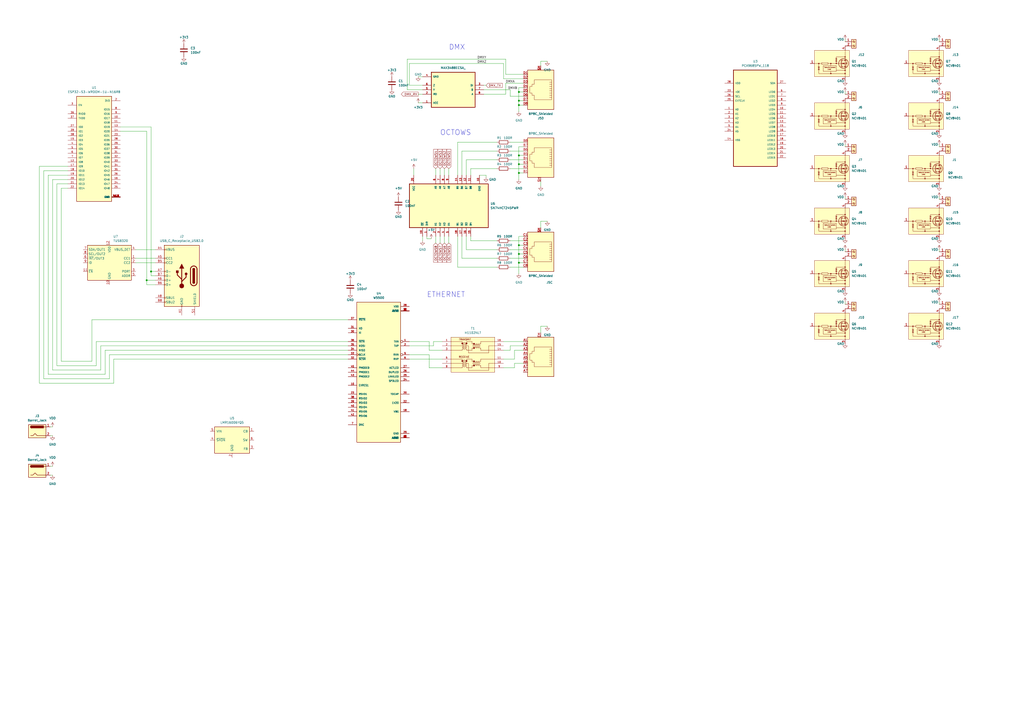
<source format=kicad_sch>
(kicad_sch (version 20230121) (generator eeschema)
  (paper "A2")
  (junction (at 300.99 60.96))
  (junction (at 300.99 58.42))
  (junction (at 300.99 100.33))
  (junction (at 300.99 90.17))
  (junction (at 300.99 152.4))
  (junction (at 300.99 142.24))
  (junction (at 85.09 162.56))
  (junction (at 300.99 53.34))
  (junction (at 300.99 95.25))
  (junction (at 300.99 147.32))
  (junction (at 87.63 157.48))
  (wire (pts (xy 58.42 214.63) (xy 30.48 214.63)))
  (wire (pts (xy 317.5 189.23) (xy 313.69 189.23)))
  (wire (pts (xy 288.29 92.71) (xy 270.51 92.71)))
  (wire (pts (xy 313.69 105.41) (xy 313.69 107.95)))
  (wire (pts (xy 63.5 205.74) (xy 63.5 219.71)))
  (wire (pts (xy 63.5 219.71) (xy 25.4 219.71)))
  (wire (pts (xy 303.53 43.18) (xy 293.37 43.18)))
  (wire (pts (xy 303.53 137.16) (xy 300.99 137.16)))
  (wire (pts (xy 273.05 139.7) (xy 273.05 137.16)))
  (wire (pts (xy 544.83 85.09) (xy 544.83 83.82)))
  (wire (pts (xy 288.29 154.94) (xy 265.43 154.94)))
  (wire (pts (xy 245.11 52.07) (xy 236.22 52.07)))
  (wire (pts (xy 252.73 97.79) (xy 252.73 101.6)))
  (wire (pts (xy 273.05 97.79) (xy 273.05 101.6)))
  (wire (pts (xy 317.5 35.56) (xy 313.69 35.56)))
  (wire (pts (xy 300.99 90.17) (xy 303.53 90.17)))
  (wire (pts (xy 544.83 115.57) (xy 544.83 114.3)))
  (wire (pts (xy 53.34 185.42) (xy 201.93 185.42)))
  (wire (pts (xy 237.49 198.12) (xy 248.92 198.12)))
  (wire (pts (xy 245.11 137.16) (xy 245.11 139.7)))
  (wire (pts (xy 35.56 209.55) (xy 35.56 109.22)))
  (wire (pts (xy 60.96 217.17) (xy 27.94 217.17)))
  (wire (pts (xy 292.1 213.36) (xy 298.45 213.36)))
  (wire (pts (xy 30.48 214.63) (xy 30.48 104.14)))
  (wire (pts (xy 300.99 90.17) (xy 300.99 95.25)))
  (wire (pts (xy 240.03 97.79) (xy 240.03 101.6)))
  (wire (pts (xy 55.88 198.12) (xy 55.88 212.09)))
  (wire (pts (xy 300.99 142.24) (xy 300.99 147.32)))
  (wire (pts (xy 295.91 203.2) (xy 295.91 200.66)))
  (wire (pts (xy 78.74 149.86) (xy 90.17 149.86)))
  (wire (pts (xy 85.09 165.1) (xy 85.09 162.56)))
  (wire (pts (xy 544.83 176.53) (xy 544.83 175.26)))
  (wire (pts (xy 278.13 101.6) (xy 281.94 101.6)))
  (wire (pts (xy 300.99 147.32) (xy 300.99 152.4)))
  (wire (pts (xy 242.57 54.61) (xy 245.11 54.61)))
  (wire (pts (xy 237.49 208.28) (xy 256.54 208.28)))
  (wire (pts (xy 300.99 100.33) (xy 300.99 104.14)))
  (wire (pts (xy 247.65 138.43) (xy 247.65 137.16)))
  (wire (pts (xy 300.99 60.96) (xy 300.99 64.77)))
  (wire (pts (xy 490.22 146.05) (xy 490.22 144.78)))
  (wire (pts (xy 250.19 138.43) (xy 247.65 138.43)))
  (wire (pts (xy 490.22 115.57) (xy 490.22 114.3)))
  (wire (pts (xy 237.49 200.66) (xy 251.46 200.66)))
  (wire (pts (xy 237.49 36.83) (xy 292.1 36.83)))
  (wire (pts (xy 66.04 222.25) (xy 22.86 222.25)))
  (wire (pts (xy 300.99 152.4) (xy 300.99 158.75)))
  (wire (pts (xy 300.99 85.09) (xy 300.99 90.17)))
  (wire (pts (xy 544.83 146.05) (xy 544.83 144.78)))
  (wire (pts (xy 255.27 97.79) (xy 255.27 101.6)))
  (wire (pts (xy 295.91 92.71) (xy 303.53 92.71)))
  (wire (pts (xy 292.1 198.12) (xy 303.53 198.12)))
  (wire (pts (xy 25.4 99.06) (xy 39.37 99.06)))
  (wire (pts (xy 53.34 185.42) (xy 53.34 209.55)))
  (wire (pts (xy 201.93 203.2) (xy 60.96 203.2)))
  (wire (pts (xy 288.29 149.86) (xy 267.97 149.86)))
  (wire (pts (xy 288.29 87.63) (xy 267.97 87.63)))
  (wire (pts (xy 303.53 48.26) (xy 293.37 48.26)))
  (wire (pts (xy 35.56 109.22) (xy 39.37 109.22)))
  (wire (pts (xy 490.22 54.61) (xy 490.22 53.34)))
  (wire (pts (xy 300.99 100.33) (xy 303.53 100.33)))
  (wire (pts (xy 295.91 52.07) (xy 280.67 52.07)))
  (wire (pts (xy 30.48 104.14) (xy 39.37 104.14)))
  (wire (pts (xy 257.81 137.16) (xy 257.81 140.97)))
  (wire (pts (xy 544.83 54.61) (xy 544.83 53.34)))
  (wire (pts (xy 295.91 82.55) (xy 303.53 82.55)))
  (wire (pts (xy 29.21 275.59) (xy 30.48 275.59)))
  (wire (pts (xy 298.45 213.36) (xy 298.45 210.82)))
  (wire (pts (xy 300.99 53.34) (xy 303.53 53.34)))
  (wire (pts (xy 490.22 176.53) (xy 490.22 175.26)))
  (wire (pts (xy 237.49 205.74) (xy 248.92 205.74)))
  (wire (pts (xy 58.42 200.66) (xy 58.42 214.63)))
  (wire (pts (xy 236.22 34.29) (xy 236.22 52.07)))
  (wire (pts (xy 248.92 205.74) (xy 248.92 213.36)))
  (wire (pts (xy 251.46 200.66) (xy 251.46 198.12)))
  (wire (pts (xy 55.88 212.09) (xy 33.02 212.09)))
  (wire (pts (xy 295.91 144.78) (xy 303.53 144.78)))
  (wire (pts (xy 33.02 212.09) (xy 33.02 106.68)))
  (wire (pts (xy 300.99 95.25) (xy 303.53 95.25)))
  (wire (pts (xy 293.37 48.26) (xy 293.37 54.61)))
  (wire (pts (xy 280.67 49.53) (xy 281.94 49.53)))
  (wire (pts (xy 270.51 92.71) (xy 270.51 101.6)))
  (wire (pts (xy 300.99 142.24) (xy 303.53 142.24)))
  (wire (pts (xy 22.86 96.52) (xy 39.37 96.52)))
  (wire (pts (xy 201.93 200.66) (xy 58.42 200.66)))
  (wire (pts (xy 300.99 53.34) (xy 300.99 58.42)))
  (wire (pts (xy 313.69 128.27) (xy 313.69 132.08)))
  (wire (pts (xy 295.91 87.63) (xy 303.53 87.63)))
  (wire (pts (xy 260.35 137.16) (xy 260.35 140.97)))
  (wire (pts (xy 25.4 219.71) (xy 25.4 99.06)))
  (wire (pts (xy 29.21 252.73) (xy 30.48 252.73)))
  (wire (pts (xy 53.34 209.55) (xy 35.56 209.55)))
  (wire (pts (xy 85.09 76.2) (xy 69.85 76.2)))
  (wire (pts (xy 87.63 157.48) (xy 87.63 73.66)))
  (wire (pts (xy 87.63 157.48) (xy 90.17 157.48)))
  (wire (pts (xy 288.29 139.7) (xy 273.05 139.7)))
  (wire (pts (xy 201.93 198.12) (xy 55.88 198.12)))
  (wire (pts (xy 90.17 160.02) (xy 87.63 160.02)))
  (wire (pts (xy 300.99 95.25) (xy 300.99 100.33)))
  (wire (pts (xy 544.83 24.13) (xy 544.83 22.86)))
  (wire (pts (xy 300.99 152.4) (xy 303.53 152.4)))
  (wire (pts (xy 255.27 137.16) (xy 255.27 140.97)))
  (wire (pts (xy 248.92 213.36) (xy 256.54 213.36)))
  (wire (pts (xy 288.29 82.55) (xy 265.43 82.55)))
  (wire (pts (xy 27.94 101.6) (xy 39.37 101.6)))
  (wire (pts (xy 300.99 50.8) (xy 300.99 53.34)))
  (wire (pts (xy 292.1 203.2) (xy 295.91 203.2)))
  (wire (pts (xy 78.74 152.4) (xy 90.17 152.4)))
  (wire (pts (xy 317.5 128.27) (xy 313.69 128.27)))
  (wire (pts (xy 245.11 49.53) (xy 237.49 49.53)))
  (wire (pts (xy 300.99 60.96) (xy 303.53 60.96)))
  (wire (pts (xy 22.86 222.25) (xy 22.86 96.52)))
  (wire (pts (xy 281.94 101.6) (xy 281.94 102.87)))
  (wire (pts (xy 288.29 97.79) (xy 273.05 97.79)))
  (wire (pts (xy 295.91 97.79) (xy 303.53 97.79)))
  (wire (pts (xy 87.63 73.66) (xy 69.85 73.66)))
  (wire (pts (xy 303.53 55.88) (xy 295.91 55.88)))
  (wire (pts (xy 288.29 144.78) (xy 270.51 144.78)))
  (wire (pts (xy 87.63 160.02) (xy 87.63 157.48)))
  (wire (pts (xy 300.99 58.42) (xy 303.53 58.42)))
  (wire (pts (xy 265.43 154.94) (xy 265.43 137.16)))
  (wire (pts (xy 295.91 55.88) (xy 295.91 52.07)))
  (wire (pts (xy 29.21 247.65) (xy 30.48 247.65)))
  (wire (pts (xy 242.57 44.45) (xy 245.11 44.45)))
  (wire (pts (xy 295.91 200.66) (xy 303.53 200.66)))
  (wire (pts (xy 298.45 208.28) (xy 298.45 203.2)))
  (wire (pts (xy 292.1 36.83) (xy 292.1 45.72)))
  (wire (pts (xy 267.97 149.86) (xy 267.97 137.16)))
  (wire (pts (xy 85.09 162.56) (xy 85.09 76.2)))
  (wire (pts (xy 295.91 154.94) (xy 303.53 154.94)))
  (wire (pts (xy 267.97 87.63) (xy 267.97 101.6)))
  (wire (pts (xy 298.45 210.82) (xy 303.53 210.82)))
  (wire (pts (xy 295.91 149.86) (xy 303.53 149.86)))
  (wire (pts (xy 300.99 147.32) (xy 303.53 147.32)))
  (wire (pts (xy 490.22 85.09) (xy 490.22 83.82)))
  (wire (pts (xy 293.37 34.29) (xy 236.22 34.29)))
  (wire (pts (xy 33.02 106.68) (xy 39.37 106.68)))
  (wire (pts (xy 248.92 203.2) (xy 256.54 203.2)))
  (wire (pts (xy 242.57 59.69) (xy 245.11 59.69)))
  (wire (pts (xy 78.74 144.78) (xy 90.17 144.78)))
  (wire (pts (xy 313.69 35.56) (xy 313.69 38.1)))
  (wire (pts (xy 90.17 165.1) (xy 85.09 165.1)))
  (wire (pts (xy 260.35 97.79) (xy 260.35 101.6)))
  (wire (pts (xy 27.94 217.17) (xy 27.94 101.6)))
  (wire (pts (xy 490.22 24.13) (xy 490.22 22.86)))
  (wire (pts (xy 292.1 208.28) (xy 298.45 208.28)))
  (wire (pts (xy 300.99 137.16) (xy 300.99 142.24)))
  (wire (pts (xy 300.99 58.42) (xy 300.99 60.96)))
  (wire (pts (xy 292.1 45.72) (xy 303.53 45.72)))
  (wire (pts (xy 85.09 162.56) (xy 90.17 162.56)))
  (wire (pts (xy 298.45 203.2) (xy 303.53 203.2)))
  (wire (pts (xy 270.51 144.78) (xy 270.51 137.16)))
  (wire (pts (xy 248.92 198.12) (xy 248.92 203.2)))
  (wire (pts (xy 201.93 208.28) (xy 66.04 208.28)))
  (wire (pts (xy 293.37 43.18) (xy 293.37 34.29)))
  (wire (pts (xy 201.93 205.74) (xy 63.5 205.74)))
  (wire (pts (xy 237.49 49.53) (xy 237.49 36.83)))
  (wire (pts (xy 265.43 82.55) (xy 265.43 101.6)))
  (wire (pts (xy 293.37 54.61) (xy 280.67 54.61)))
  (wire (pts (xy 303.53 85.09) (xy 300.99 85.09)))
  (wire (pts (xy 303.53 50.8) (xy 300.99 50.8)))
  (wire (pts (xy 251.46 198.12) (xy 256.54 198.12)))
  (wire (pts (xy 252.73 137.16) (xy 252.73 140.97)))
  (wire (pts (xy 29.21 270.51) (xy 30.48 270.51)))
  (wire (pts (xy 295.91 139.7) (xy 303.53 139.7)))
  (wire (pts (xy 60.96 203.2) (xy 60.96 217.17)))
  (wire (pts (xy 313.69 189.23) (xy 313.69 193.04)))
  (wire (pts (xy 66.04 208.28) (xy 66.04 222.25)))
  (wire (pts (xy 257.81 97.79) (xy 257.81 101.6)))
  (text "ETHERNET" (at 247.65 172.72 0) (effects (font (size 3 3)) (justify left bottom)))
  (text "OCTOWS" (at 255.27 78.74 0) (effects (font (size 3 3)) (justify left bottom)))
  (text "DMX" (at 260.35 29.21 0) (effects (font (size 3 3)) (justify left bottom)))
  (label "DMXB" (at 294.64 52.07 0))
  (label "DMXZ" (at 276.86 36.83 0))
  (label "DMXA" (at 293.37 48.26 0))
  (label "DMXY" (at 276.86 34.29 0))
  (global_label "OCTOWS5" (shape input) (at 260.35 140.97 270) (property "Intersheetrefs" "${INTERSHEET_REFS}" (effects hide)))
  (global_label "DMX_RX" (shape output) (at 242.57 54.61 180) (property "Intersheetrefs" "${INTERSHEET_REFS}" (effects hide)))
  (global_label "OCTOWS7" (shape input) (at 255.27 140.97 270) (property "Intersheetrefs" "${INTERSHEET_REFS}" (effects hide)))
  (global_label "OCTOWS4" (shape input) (at 252.73 97.79 90) (property "Intersheetrefs" "${INTERSHEET_REFS}" (effects hide)))
  (global_label "OCTOWS8" (shape input) (at 252.73 140.97 270) (property "Intersheetrefs" "${INTERSHEET_REFS}" (effects hide)))
  (global_label "OCTOWS6" (shape input) (at 257.81 140.97 270) (property "Intersheetrefs" "${INTERSHEET_REFS}" (effects hide)))
  (global_label "DMX_TX" (shape input) (at 281.94 49.53 0) (property "Intersheetrefs" "${INTERSHEET_REFS}" (effects hide)))
  (global_label "OCTOWS1" (shape input) (at 260.35 97.79 90) (property "Intersheetrefs" "${INTERSHEET_REFS}" (effects hide)))
  (global_label "OCTOWS3" (shape input) (at 255.27 97.79 90) (property "Intersheetrefs" "${INTERSHEET_REFS}" (effects hide)))
  (global_label "OCTOWS2" (shape input) (at 257.81 97.79 90) (property "Intersheetrefs" "${INTERSHEET_REFS}" (effects hide)))
  (symbol (lib_id "power:GND") (at 544.83 46.99 0) (unit 1)
    (property "Reference" "#PWR044" (effects hide))
    (property "Value" "GND" (at 542.29 46.99 0))
  )
  (symbol (lib_id "power:GND") (at 490.22 168.91 0) (unit 1)
    (property "Reference" "#PWR036" (effects hide))
    (property "Value" "GND" (at 487.68 168.91 0))
  )
  (symbol (lib_id "power:GND") (at 313.69 107.95 0) (unit 1)
    (property "Reference" "#PWR08" (effects hide))
    (property "Value" "GND" (at 313.69 113.03 0))
  )
  (symbol (lib_id "power:GND") (at 227.33 52.07 0) (unit 1)
    (property "Reference" "#PWR015" (effects hide))
    (property "Value" "GND" (at 227.33 55.88 0))
  )
  (symbol (lib_id "Device:R") (at 292.1 139.7 270) (unit 1)
    (property "Reference" "R5" (at 289.56 137.16 90))
    (property "Value" "100R" (at 294.64 137.16 90))
    (property "Footprint" "Resistor_SMD:R_0603_1608Metric_Pad0.98x0.95mm_HandSolder" (effects hide))
  )
  (symbol (lib_id "Driver_FET:NCV8401") (at 482.6 158.75 0) (unit 1)
    (property "Reference" "Q5" (at 494.03 157.48 0) (effects (justify left)))
    (property "Value" "NCV8401" (at 494.03 160.02 0) (effects (justify left)))
    (property "Footprint" "Package_TO_SOT_SMD:TO-252-2" (effects hide))
    (property "Datasheet" "https://www.onsemi.com/pub/Collateral/NCV8402-D.PDF" (effects hide))
  )
  (symbol (lib_id "power:GND") (at 544.83 199.39 0) (unit 1)
    (property "Reference" "#PWR052" (effects hide))
    (property "Value" "GND" (at 542.29 199.39 0))
  )
  (symbol (lib_id "power:GND") (at 490.22 199.39 0) (unit 1)
    (property "Reference" "#PWR038" (effects hide))
    (property "Value" "GND" (at 487.68 199.39 0))
  )
  (symbol (lib_id "power:GND") (at 490.22 77.47 0) (unit 1)
    (property "Reference" "#PWR030" (effects hide))
    (property "Value" "GND" (at 487.68 77.47 0))
  )
  (symbol (lib_name "8P8C_Shielded_1") (lib_id "Connector:8P8C_Shielded") (at 313.69 205.74 180) (unit 1)
    (property "Reference" "J5" (effects hide))
    (property "Value" "8P8C_Shielded" (effects hide))
    (property "Footprint" "ethernet_4_port:CONN-TH_DS1129-02-S80BP" (effects hide))
  )
  (symbol (lib_id "Device:R") (at 292.1 92.71 270) (unit 1)
    (property "Reference" "R3" (at 289.56 90.17 90))
    (property "Value" "100R" (at 294.64 90.17 90))
    (property "Footprint" "Resistor_SMD:R_0603_1608Metric_Pad0.98x0.95mm_HandSolder" (effects hide))
  )
  (symbol (lib_id "power:GND") (at 490.22 46.99 0) (unit 1)
    (property "Reference" "#PWR028" (effects hide))
    (property "Value" "GND" (at 487.68 46.99 0))
  )
  (symbol (lib_id "power:GND") (at 231.14 121.92 0) (unit 1)
    (property "Reference" "#PWR017" (effects hide))
    (property "Value" "GND" (at 231.14 125.73 0))
  )
  (symbol (lib_id "Connector:Screw_Terminal_01x02") (at 495.3 85.09 0) (unit 1)
    (property "Reference" "J7" (at 497.84 92.71 0) (effects (justify left)))
    (property "Value" "Screw_Terminal_01x02" (effects hide))
    (property "Footprint" "con_wago_508_w237_132Pluggable:CON-WAGO-508_W237-132PLUGGABLE" (effects hide))
  )
  (symbol (lib_id "power:GND") (at 317.5 35.56 0) (unit 1)
    (property "Reference" "#PWR01" (effects hide))
    (property "Value" "GND" (at 317.5 40.64 0))
  )
  (symbol (lib_id "Driver_FET:NCV8401") (at 482.6 36.83 0) (unit 1)
    (property "Reference" "Q1" (at 494.03 35.56 0) (effects (justify left)))
    (property "Value" "NCV8401" (at 494.03 38.1 0) (effects (justify left)))
    (property "Footprint" "Package_TO_SOT_SMD:TO-252-2" (effects hide))
    (property "Datasheet" "https://www.onsemi.com/pub/Collateral/NCV8402-D.PDF" (effects hide))
  )
  (symbol (lib_id "power:GND") (at 300.99 158.75 0) (unit 1)
    (property "Reference" "#PWR05" (effects hide))
    (property "Value" "GND" (at 300.99 163.83 0))
  )
  (symbol (lib_id "Connector:USB_C_Receptacle_USB2.0") (at 105.41 160.02 0) (mirror y) (unit 1)
    (property "Reference" "J2" (at 105.41 137.16 0))
    (property "Value" "USB_C_Receptacle_USB2.0" (at 105.41 139.7 0))
    (property "Footprint" "Connector_USB:USB_C_Receptacle_G-Switch_GT-USB-7010ASV" (effects hide))
    (property "Datasheet" "https://www.usb.org/sites/default/files/documents/usb_type-c.zip" (effects hide))
  )
  (symbol (lib_id "power:+3V3") (at 203.2 162.56 0) (unit 1)
    (property "Reference" "#PWR020" (effects hide))
    (property "Value" "+3V3" (at 203.2 158.75 0))
  )
  (symbol (lib_id "ESP32-S3-WROOM-1U-N16R8:ESP32-S3-WROOM-1U-N16R8") (at 54.61 86.36 0) (unit 1)
    (property "Reference" "U1" (at 54.61 50.8 0))
    (property "Value" "ESP32-S3-WROOM-1U-N16R8" (at 54.61 53.34 0))
    (property "Footprint" "ESP32-S3-WROOM-1U-N16R8:XCVR_ESP32-S3-WROOM-1U-N16R8" (effects hide))
    (property "MF" "Espressif Systems" (effects hide))
    (property "MAXIMUM_PACKAGE_HEIGHT" "3.35mm" (effects hide))
    (property "Package" "None" (effects hide))
    (property "Price" "None" (effects hide))
    (property "Check_prices" "https://www.snapeda.com/parts/ESP32-S3-WROOM-1U-N16R8/Espressif+Systems/view-part/?ref=eda" (effects hide))
    (property "STANDARD" "Manufacturer Recommendations" (effects hide))
    (property "PARTREV" "v1.1" (effects hide))
    (property "SnapEDA_Link" "https://www.snapeda.com/parts/ESP32-S3-WROOM-1U-N16R8/Espressif+Systems/view-part/?ref=snap" (effects hide))
    (property "MP" "ESP32-S3-WROOM-1U-N16R8" (effects hide))
    (property "Purchase-URL" "https://www.snapeda.com/api/url_track_click_mouser/?unipart_id=12130177&manufacturer=Espressif Systems&part_name=ESP32-S3-WROOM-1U-N16R8&search_term=esp32-s3-wroom-1u-n16r8" (effects hide))
    (property "Description" "\nBluetooth, WiFi 802.11b/g/n, Bluetooth v5.0 Transceiver Module 2.4GHz Antenna Not Included, U.FL Surface Mount\n" (effects hide))
    (property "Availability" "In Stock" (effects hide))
    (property "MANUFACTURER" "Espressif Systems" (effects hide))
  )
  (symbol (lib_id "power:+5V") (at 231.14 114.3 0) (unit 1)
    (property "Reference" "#PWR016" (effects hide))
    (property "Value" "+5V" (at 231.14 109.22 0))
  )
  (symbol (lib_id "Connector:8P8C_Shielded") (at 313.69 50.8 180) (unit 4)
    (property "Reference" "J5" (at 313.69 68.58 0))
    (property "Value" "8P8C_Shielded" (at 313.69 66.04 0))
    (property "Footprint" "ethernet_4_port:CONN-TH_DS1129-02-S80BP" (effects hide))
  )
  (symbol (lib_id "power:GND") (at 245.11 139.7 0) (unit 1)
    (property "Reference" "#PWR013" (effects hide))
    (property "Value" "GND" (at 245.11 144.78 0))
  )
  (symbol (lib_id "Connector:Screw_Terminal_01x02") (at 549.91 24.13 0) (unit 1)
    (property "Reference" "J13" (at 552.45 31.75 0) (effects (justify left)))
    (property "Value" "Screw_Terminal_01x02" (effects hide))
    (property "Footprint" "con_wago_508_w237_132Pluggable:CON-WAGO-508_W237-132PLUGGABLE" (effects hide))
  )
  (symbol (lib_id "Connector:Screw_Terminal_01x02") (at 495.3 54.61 0) (unit 1)
    (property "Reference" "J6" (at 497.84 62.23 0) (effects (justify left)))
    (property "Value" "Screw_Terminal_01x02" (effects hide))
    (property "Footprint" "con_wago_508_w237_132Pluggable:CON-WAGO-508_W237-132PLUGGABLE" (effects hide))
  )
  (symbol (lib_id "Connector:Screw_Terminal_01x02") (at 549.91 146.05 0) (unit 1)
    (property "Reference" "J16" (at 552.45 153.67 0) (effects (justify left)))
    (property "Value" "Screw_Terminal_01x02" (effects hide))
    (property "Footprint" "con_wago_508_w237_132Pluggable:CON-WAGO-508_W237-132PLUGGABLE" (effects hide))
  )
  (symbol (lib_id "power:GND") (at 490.22 107.95 0) (unit 1)
    (property "Reference" "#PWR032" (effects hide))
    (property "Value" "GND" (at 487.68 107.95 0))
  )
  (symbol (lib_id "Connector:Screw_Terminal_01x02") (at 495.3 176.53 0) (unit 1)
    (property "Reference" "J10" (at 497.84 184.15 0) (effects (justify left)))
    (property "Value" "Screw_Terminal_01x02" (effects hide))
    (property "Footprint" "con_wago_508_w237_132Pluggable:CON-WAGO-508_W237-132PLUGGABLE" (effects hide))
  )
  (symbol (lib_id "Device:C") (at 203.2 166.37 0) (unit 1)
    (property "Reference" "C4" (at 207.01 165.1 0) (effects (justify left)))
    (property "Value" "100nF" (at 207.01 167.64 0) (effects (justify left)))
    (property "Footprint" "Capacitor_SMD:C_0201_0603Metric_Pad0.64x0.40mm_HandSolder" (effects hide))
  )
  (symbol (lib_id "power:VDD") (at 490.22 175.26 0) (unit 1)
    (property "Reference" "#PWR037" (effects hide))
    (property "Value" "VDD" (at 487.68 175.26 0))
  )
  (symbol (lib_id "power:GND") (at 300.99 104.14 0) (unit 1)
    (property "Reference" "#PWR06" (effects hide))
    (property "Value" "GND" (at 300.99 109.22 0))
  )
  (symbol (lib_id "power:VDD") (at 490.22 144.78 0) (unit 1)
    (property "Reference" "#PWR035" (effects hide))
    (property "Value" "VDD" (at 487.68 144.78 0))
  )
  (symbol (lib_id "Interface_USB:TUSB320") (at 63.5 152.4 0) (unit 1)
    (property "Reference" "U7" (at 65.6941 137.16 0) (effects (justify left)))
    (property "Value" "TUSB320" (at 65.6941 139.7 0) (effects (justify left)))
    (property "Footprint" "Package_DFN_QFN:Texas_X2QFN-12_1.6x1.6mm_P0.4mm" (effects hide))
    (property "Datasheet" "http://www.ti.com/lit/ds/symlink/tusb320.pdf" (effects hide))
  )
  (symbol (lib_id "Connector:Screw_Terminal_01x02") (at 549.91 85.09 0) (unit 1)
    (property "Reference" "J1" (at 552.45 92.71 0) (effects (justify left)))
    (property "Value" "Screw_Terminal_01x02" (effects hide))
    (property "Footprint" "con_wago_508_w237_132Pluggable:CON-WAGO-508_W237-132PLUGGABLE" (effects hide))
  )
  (symbol (lib_id "power:+3V3") (at 242.57 59.69 0) (unit 1)
    (property "Reference" "#PWR04" (effects hide))
    (property "Value" "+3V3" (at 242.57 62.23 0))
  )
  (symbol (lib_id "power:GND") (at 30.48 252.73 0) (unit 1)
    (property "Reference" "#PWR024" (effects hide))
    (property "Value" "GND" (at 30.48 257.81 0))
  )
  (symbol (lib_id "power:GND") (at 544.83 138.43 0) (unit 1)
    (property "Reference" "#PWR048" (effects hide))
    (property "Value" "GND" (at 542.29 138.43 0))
  )
  (symbol (lib_name "8P8C_Shielded_2") (lib_id "Connector:8P8C_Shielded") (at 313.69 92.71 0) (mirror y) (unit 2)
    (property "Reference" "J5" (effects hide))
    (property "Value" "8P8C_Shielded" (at 313.69 77.47 0))
    (property "Footprint" "ethernet_4_port:CONN-TH_DS1129-02-S80BP" (effects hide))
  )
  (symbol (lib_id "Device:C") (at 227.33 48.26 0) (unit 1)
    (property "Reference" "C1" (at 231.14 46.99 0) (effects (justify left)))
    (property "Value" "100nF" (at 231.14 49.53 0) (effects (justify left)))
    (property "Footprint" "Capacitor_SMD:C_0201_0603Metric_Pad0.64x0.40mm_HandSolder" (effects hide))
  )
  (symbol (lib_id "power:GND") (at 242.57 44.45 0) (unit 1)
    (property "Reference" "#PWR03" (effects hide))
    (property "Value" "GND" (at 242.57 43.18 0))
  )
  (symbol (lib_id "power:VDD") (at 30.48 270.51 0) (unit 1)
    (property "Reference" "#PWR023" (effects hide))
    (property "Value" "VDD" (at 30.48 265.43 0))
  )
  (symbol (lib_id "H1102NLT:H1102NLT") (at 274.32 205.74 0) (unit 1)
    (property "Reference" "T1" (at 274.32 190.5 0))
    (property "Value" "H1102NLT" (at 274.32 193.04 0))
    (property "Footprint" "H1102NLT:XFMR_H1102NLT" (effects hide))
    (property "STNADARD" "Manufacturer Recommendation" (effects hide))
    (property "MF" "Pulse Electronics" (effects hide))
    (property "Description" "\n- Isolation and Data Interface (Encapsulated) Pulse Transformer 1:1 Transmitter, 1:1 Receiver Surface Mount\n" (effects hide))
    (property "Package" "Pulse Electronics" (effects hide))
    (property "Price" "None" (effects hide))
    (property "Check_prices" "https://www.snapeda.com/parts/H1102NL-T/Pulse+Electronics+Network/view-part/?ref=eda" (effects hide))
    (property "PARTREV" "NA" (effects hide))
    (property "SnapEDA_Link" "https://www.snapeda.com/parts/H1102NL-T/Pulse+Electronics+Network/view-part/?ref=snap" (effects hide))
    (property "MP" "H1102NL-T" (effects hide))
    (property "Purchase-URL" "https://www.snapeda.com/api/url_track_click_mouser/?unipart_id=1755519&manufacturer=Pulse Electronics&part_name=H1102NL-T&search_term=h1102nlt" (effects hide))
    (property "Availability" "In Stock" (effects hide))
    (property "MANUFACTURER" "Pulse Electronics" (effects hide))
  )
  (symbol (lib_id "power:GND") (at 300.99 64.77 0) (unit 1)
    (property "Reference" "#PWR02" (effects hide))
    (property "Value" "GND" (at 300.99 69.85 0))
  )
  (symbol (lib_id "Device:C") (at 106.68 29.21 0) (unit 1)
    (property "Reference" "C3" (at 110.49 27.94 0) (effects (justify left)))
    (property "Value" "100nF" (at 110.49 30.48 0) (effects (justify left)))
    (property "Footprint" "Capacitor_SMD:C_0201_0603Metric_Pad0.64x0.40mm_HandSolder" (effects hide))
  )
  (symbol (lib_id "Connector:Screw_Terminal_01x02") (at 549.91 176.53 0) (unit 1)
    (property "Reference" "J17" (at 552.45 184.15 0) (effects (justify left)))
    (property "Value" "Screw_Terminal_01x02" (effects hide))
    (property "Footprint" "con_wago_508_w237_132Pluggable:CON-WAGO-508_W237-132PLUGGABLE" (effects hide))
  )
  (symbol (lib_id "Driver_FET:NCV8401") (at 537.21 36.83 0) (unit 1)
    (property "Reference" "Q7" (at 548.64 35.56 0) (effects (justify left)))
    (property "Value" "NCV8401" (at 548.64 38.1 0) (effects (justify left)))
    (property "Footprint" "Package_TO_SOT_SMD:TO-252-2" (effects hide))
    (property "Datasheet" "https://www.onsemi.com/pub/Collateral/NCV8402-D.PDF" (effects hide))
  )
  (symbol (lib_id "power:VDD") (at 544.83 175.26 0) (unit 1)
    (property "Reference" "#PWR051" (effects hide))
    (property "Value" "VDD" (at 542.29 175.26 0))
  )
  (symbol (lib_id "Device:R") (at 292.1 97.79 270) (unit 1)
    (property "Reference" "R4" (at 289.56 95.25 90))
    (property "Value" "100R" (at 294.64 95.25 90))
    (property "Footprint" "Resistor_SMD:R_0603_1608Metric_Pad0.98x0.95mm_HandSolder" (effects hide))
  )
  (symbol (lib_id "power:GND") (at 544.83 107.95 0) (unit 1)
    (property "Reference" "#PWR046" (effects hide))
    (property "Value" "GND" (at 542.29 107.95 0))
  )
  (symbol (lib_id "power:GND") (at 30.48 275.59 0) (unit 1)
    (property "Reference" "#PWR025" (effects hide))
    (property "Value" "GND" (at 30.48 280.67 0))
  )
  (symbol (lib_id "Device:C") (at 231.14 118.11 0) (unit 1)
    (property "Reference" "C2" (at 234.95 116.84 0) (effects (justify left)))
    (property "Value" "100nF" (at 234.95 119.38 0) (effects (justify left)))
    (property "Footprint" "Capacitor_SMD:C_0201_0603Metric_Pad0.64x0.40mm_HandSolder" (effects hide))
  )
  (symbol (lib_id "PCA9685PW_118:PCA9685PW_118") (at 438.15 66.04 0) (unit 1)
    (property "Reference" "U3" (at 438.15 35.56 0))
    (property "Value" "PCA9685PW_118" (at 438.15 38.1 0))
    (property "Footprint" "PCA9685PW_118:SOP65P640X110-28N" (effects hide))
    (property "MF" "NXP USA" (effects hide))
    (property "Description" "\nLED Driver IC 16 Output Linear - PWM Dimming 25mA 28-TSSOP\n" (effects hide))
    (property "PACKAGE" "TSSOP-28" (effects hide))
    (property "MPN" "PCA9685PW,118" (effects hide))
    (property "Price" "None" (effects hide))
    (property "Package" "TSSOP-28 NXP Semiconductors" (effects hide))
    (property "OC_FARNELL" "1854074" (effects hide))
    (property "SnapEDA_Link" "https://www.snapeda.com/parts/PCA9685PW,118/NXP+USA+Inc./view-part/?ref=snap" (effects hide))
    (property "MP" "PCA9685PW,118" (effects hide))
    (property "Purchase-URL" "https://www.snapeda.com/api/url_track_click_mouser/?unipart_id=215243&manufacturer=NXP USA&part_name=PCA9685PW,118&search_term=pca9685pw" (effects hide))
    (property "SUPPLIER" "NXP" (effects hide))
    (property "OC_NEWARK" "19T6398" (effects hide))
    (property "Availability" "In Stock" (effects hide))
    (property "Check_prices" "https://www.snapeda.com/parts/PCA9685PW,118/NXP+USA+Inc./view-part/?ref=eda" (effects hide))
  )
  (symbol (lib_id "Device:R") (at 292.1 87.63 270) (unit 1)
    (property "Reference" "R2" (at 289.56 85.09 90))
    (property "Value" "100R" (at 294.64 85.09 90))
    (property "Footprint" "Resistor_SMD:R_0603_1608Metric_Pad0.98x0.95mm_HandSolder" (effects hide))
  )
  (symbol (lib_name "8P8C_Shielded_3") (lib_id "Connector:8P8C_Shielded") (at 313.69 144.78 180) (unit 3)
    (property "Reference" "J5" (at 318.77 163.83 0))
    (property "Value" "8P8C_Shielded" (at 313.69 160.02 0))
    (property "Footprint" "ethernet_4_port:CONN-TH_DS1129-02-S80BP" (effects hide))
  )
  (symbol (lib_id "Connector:Screw_Terminal_01x02") (at 549.91 54.61 0) (unit 1)
    (property "Reference" "J14" (at 552.45 62.23 0) (effects (justify left)))
    (property "Value" "Screw_Terminal_01x02" (effects hide))
    (property "Footprint" "con_wago_508_w237_132Pluggable:CON-WAGO-508_W237-132PLUGGABLE" (effects hide))
  )
  (symbol (lib_id "Driver_FET:NCV8401") (at 537.21 67.31 0) (unit 1)
    (property "Reference" "Q8" (at 548.64 66.04 0) (effects (justify left)))
    (property "Value" "NCV8401" (at 548.64 68.58 0) (effects (justify left)))
    (property "Footprint" "Package_TO_SOT_SMD:TO-252-2" (effects hide))
    (property "Datasheet" "https://www.onsemi.com/pub/Collateral/NCV8402-D.PDF" (effects hide))
  )
  (symbol (lib_id "Driver_FET:NCV8401") (at 482.6 97.79 0) (unit 1)
    (property "Reference" "Q3" (at 494.03 96.52 0) (effects (justify left)))
    (property "Value" "NCV8401" (at 494.03 99.06 0) (effects (justify left)))
    (property "Footprint" "Package_TO_SOT_SMD:TO-252-2" (effects hide))
    (property "Datasheet" "https://www.onsemi.com/pub/Collateral/NCV8402-D.PDF" (effects hide))
  )
  (symbol (lib_id "power:VDD") (at 490.22 83.82 0) (unit 1)
    (property "Reference" "#PWR031" (effects hide))
    (property "Value" "VDD" (at 487.68 83.82 0))
  )
  (symbol (lib_id "power:VDD") (at 544.83 53.34 0) (unit 1)
    (property "Reference" "#PWR045" (effects hide))
    (property "Value" "VDD" (at 542.29 53.34 0))
  )
  (symbol (lib_id "power:VDD") (at 544.83 144.78 0) (unit 1)
    (property "Reference" "#PWR049" (effects hide))
    (property "Value" "VDD" (at 542.29 144.78 0))
  )
  (symbol (lib_id "power:VDD") (at 544.83 114.3 0) (unit 1)
    (property "Reference" "#PWR047" (effects hide))
    (property "Value" "VDD" (at 542.29 114.3 0))
  )
  (symbol (lib_id "Regulator_Switching:LMR16006YQ5") (at 134.62 255.27 0) (unit 1)
    (property "Reference" "U5" (at 134.62 242.57 0))
    (property "Value" "LMR16006YQ5" (at 134.62 245.11 0))
    (property "Footprint" "Package_TO_SOT_SMD:SOT-23-6" (effects hide))
    (property "Datasheet" "http://www.ti.com/lit/ds/symlink/lmr16006y-q1.pdf" (effects hide))
  )
  (symbol (lib_id "Connector:Screw_Terminal_01x02") (at 549.91 115.57 0) (unit 1)
    (property "Reference" "J15" (at 552.45 123.19 0) (effects (justify left)))
    (property "Value" "Screw_Terminal_01x02" (effects hide))
    (property "Footprint" "con_wago_508_w237_132Pluggable:CON-WAGO-508_W237-132PLUGGABLE" (effects hide))
  )
  (symbol (lib_id "Driver_FET:NCV8401") (at 537.21 189.23 0) (unit 1)
    (property "Reference" "Q12" (at 548.64 187.96 0) (effects (justify left)))
    (property "Value" "NCV8401" (at 548.64 190.5 0) (effects (justify left)))
    (property "Footprint" "Package_TO_SOT_SMD:TO-252-2" (effects hide))
    (property "Datasheet" "https://www.onsemi.com/pub/Collateral/NCV8402-D.PDF" (effects hide))
  )
  (symbol (lib_id "power:+5V") (at 250.19 138.43 0) (unit 1)
    (property "Reference" "#PWR012" (effects hide))
    (property "Value" "+5V" (at 250.19 133.35 0))
  )
  (symbol (lib_id "power:+3V3") (at 227.33 44.45 0) (unit 1)
    (property "Reference" "#PWR014" (effects hide))
    (property "Value" "+3V3" (at 227.33 40.64 0))
  )
  (symbol (lib_id "power:VDD") (at 544.83 22.86 0) (unit 1)
    (property "Reference" "#PWR043" (effects hide))
    (property "Value" "VDD" (at 542.29 22.86 0))
  )
  (symbol (lib_id "Connector:Screw_Terminal_01x02") (at 495.3 115.57 0) (unit 1)
    (property "Reference" "J8" (at 497.84 123.19 0) (effects (justify left)))
    (property "Value" "Screw_Terminal_01x02" (effects hide))
    (property "Footprint" "con_wago_508_w237_132Pluggable:CON-WAGO-508_W237-132PLUGGABLE" (effects hide))
  )
  (symbol (lib_id "Connector:Screw_Terminal_01x02") (at 495.3 146.05 0) (unit 1)
    (property "Reference" "J9" (at 497.84 153.67 0) (effects (justify left)))
    (property "Value" "Screw_Terminal_01x02" (effects hide))
    (property "Footprint" "con_wago_508_w237_132Pluggable:CON-WAGO-508_W237-132PLUGGABLE" (effects hide))
  )
  (symbol (lib_id "Device:R") (at 292.1 154.94 270) (unit 1)
    (property "Reference" "R8" (at 289.56 152.4 90))
    (property "Value" "100R" (at 294.64 152.4 90))
    (property "Footprint" "Resistor_SMD:R_0603_1608Metric_Pad0.98x0.95mm_HandSolder" (effects hide))
  )
  (symbol (lib_id "power:GND") (at 106.68 33.02 0) (unit 1)
    (property "Reference" "#PWR019" (effects hide))
    (property "Value" "GND" (at 106.68 36.83 0))
  )
  (symbol (lib_id "Driver_FET:NCV8401") (at 482.6 67.31 0) (unit 1)
    (property "Reference" "Q2" (at 494.03 66.04 0) (effects (justify left)))
    (property "Value" "NCV8401" (at 494.03 68.58 0) (effects (justify left)))
    (property "Footprint" "Package_TO_SOT_SMD:TO-252-2" (effects hide))
    (property "Datasheet" "https://www.onsemi.com/pub/Collateral/NCV8402-D.PDF" (effects hide))
  )
  (symbol (lib_id "power:GND") (at 490.22 138.43 0) (unit 1)
    (property "Reference" "#PWR034" (effects hide))
    (property "Value" "GND" (at 487.68 138.43 0))
  )
  (symbol (lib_id "Driver_FET:NCV8401") (at 482.6 128.27 0) (unit 1)
    (property "Reference" "Q4" (at 494.03 127 0) (effects (justify left)))
    (property "Value" "NCV8401" (at 494.03 129.54 0) (effects (justify left)))
    (property "Footprint" "Package_TO_SOT_SMD:TO-252-2" (effects hide))
    (property "Datasheet" "https://www.onsemi.com/pub/Collateral/NCV8402-D.PDF" (effects hide))
  )
  (symbol (lib_id "Driver_FET:NCV8401") (at 537.21 128.27 0) (unit 1)
    (property "Reference" "Q10" (at 548.64 127 0) (effects (justify left)))
    (property "Value" "NCV8401" (at 548.64 129.54 0) (effects (justify left)))
    (property "Footprint" "Package_TO_SOT_SMD:TO-252-2" (effects hide))
    (property "Datasheet" "https://www.onsemi.com/pub/Collateral/NCV8402-D.PDF" (effects hide))
  )
  (symbol (lib_id "power:GND") (at 544.83 77.47 0) (unit 1)
    (property "Reference" "#PWR027" (effects hide))
    (property "Value" "GND" (at 542.29 77.47 0))
  )
  (symbol (lib_id "Device:R") (at 292.1 82.55 270) (unit 1)
    (property "Reference" "R1" (at 289.56 80.01 90))
    (property "Value" "100R" (at 294.64 80.01 90))
    (property "Footprint" "Resistor_SMD:R_0603_1608Metric_Pad0.98x0.95mm_HandSolder" (effects hide))
  )
  (symbol (lib_id "power:+3V3") (at 106.68 25.4 0) (unit 1)
    (property "Reference" "#PWR018" (effects hide))
    (property "Value" "+3V3" (at 106.68 21.59 0))
  )
  (symbol (lib_id "Connector:Barrel_Jack") (at 21.59 250.19 0) (unit 1)
    (property "Reference" "J3" (at 21.59 241.3 0))
    (property "Value" "Barrel_Jack" (at 21.59 243.84 0))
    (property "Footprint" "powerpole:POWERPOLEPCBMOUNT" (effects hide))
  )
  (symbol (lib_id "Driver_FET:NCV8401") (at 482.6 189.23 0) (unit 1)
    (property "Reference" "Q6" (at 494.03 187.96 0) (effects (justify left)))
    (property "Value" "NCV8401" (at 494.03 190.5 0) (effects (justify left)))
    (property "Footprint" "Package_TO_SOT_SMD:TO-252-2" (effects hide))
    (property "Datasheet" "https://www.onsemi.com/pub/Collateral/NCV8402-D.PDF" (effects hide))
  )
  (symbol (lib_id "Driver_FET:NCV8401") (at 537.21 97.79 0) (unit 1)
    (property "Reference" "Q9" (at 549.91 100.33 0) (effects (justify left)))
    (property "Value" "NCV8401" (at 549.91 102.87 0) (effects (justify left)))
    (property "Footprint" "Package_TO_SOT_SMD:TO-252-2" (effects hide))
    (property "Datasheet" "https://www.onsemi.com/pub/Collateral/NCV8402-D.PDF" (effects hide))
  )
  (symbol (lib_id "W5500:W5500") (at 219.71 215.9 0) (unit 1)
    (property "Reference" "U4" (at 219.71 170.18 0))
    (property "Value" "W5500" (at 219.71 172.72 0))
    (property "Footprint" "W5500:QFP50P900X900X160-48N" (effects hide))
    (property "MF" "WIZnet" (effects hide))
    (property "DESCRIPTION" "Victor Pure White Collection Wood Tidy Tower Organizer" (effects hide))
    (property "PACKAGE" "LQFP-48 Victor Technologies" (effects hide))
    (property "PRICE" "90.48 USD" (effects hide))
    (property "Package" "LQFP-48 WIZnet" (effects hide))
    (property "Check_prices" "https://www.snapeda.com/parts/W5500/WIZnet/view-part/?ref=eda" (effects hide))
    (property "STANDARD" "IPC-7351B" (effects hide))
    (property "SnapEDA_Link" "https://www.snapeda.com/parts/W5500/WIZnet/view-part/?ref=snap" (effects hide))
    (property "MP" "W5500" (effects hide))
    (property "Purchase-URL" "https://www.snapeda.com/api/url_track_click_mouser/?unipart_id=45250&manufacturer=WIZnet&part_name=W5500&search_term=w5500" (effects hide))
    (property "Price" "None" (effects hide))
    (property "Availability" "In Stock" (effects hide))
    (property "AVAILABILITY" "Bad" (effects hide))
    (property "Description" "\nEthernet Controller 10/100 Base-T/TX PHY SPI Interface 48-LQFP (7x7)\n" (effects hide))
  )
  (symbol (lib_id "power:GND") (at 203.2 170.18 0) (unit 1)
    (property "Reference" "#PWR021" (effects hide))
    (property "Value" "GND" (at 203.2 173.99 0))
  )
  (symbol (lib_id "MAX3488ECSA_:MAX3488ECSA_") (at 262.89 52.07 180) (unit 1)
    (property "Reference" "U2" (effects hide))
    (property "Value" "MAX3488ECSA_" (at 262.89 39.37 0))
    (property "Footprint" "MAX3488ECSA_:SOIC127P600X175-8N" (effects hide))
    (property "MF" "Analog Devices" (effects hide))
    (property "Description" "\n3.3V Powered, ±15kV ESD-Protected, 12Mbps, Slew-Rate-Limited True RS-485/RS-422 Transceivers\n" (effects hide))
    (property "Package" "SOIC-8 Maxim" (effects hide))
    (property "Price" "None" (effects hide))
    (property "SnapEDA_Link" "https://www.snapeda.com/parts/MAX3488ECSA+/Analog+Devices/view-part/?ref=snap" (effects hide))
    (property "MP" "MAX3488ECSA+" (effects hide))
    (property "Purchase-URL" "https://www.snapeda.com/api/url_track_click_mouser/?unipart_id=1220215&manufacturer=Analog Devices&part_name=MAX3488ECSA+&search_term=max3488ecsa+" (effects hide))
    (property "Availability" "In Stock" (effects hide))
    (property "Check_prices" "https://www.snapeda.com/parts/MAX3488ECSA+/Analog+Devices/view-part/?ref=eda" (effects hide))
  )
  (symbol (lib_id "Device:R") (at 292.1 149.86 270) (unit 1)
    (property "Reference" "R7" (at 289.56 147.32 90))
    (property "Value" "100R" (at 294.64 147.32 90))
    (property "Footprint" "Resistor_SMD:R_0603_1608Metric_Pad0.98x0.95mm_HandSolder" (effects hide))
  )
  (symbol (lib_id "power:GND") (at 281.94 102.87 0) (unit 1)
    (property "Reference" "#PWR010" (effects hide))
    (property "Value" "GND" (at 285.75 104.14 0))
  )
  (symbol (lib_id "power:VDD") (at 544.83 83.82 0) (unit 1)
    (property "Reference" "#PWR026" (effects hide))
    (property "Value" "VDD" (at 542.29 83.82 0))
  )
  (symbol (lib_id "power:VDD") (at 490.22 114.3 0) (unit 1)
    (property "Reference" "#PWR033" (effects hide))
    (property "Value" "VDD" (at 487.68 114.3 0))
  )
  (symbol (lib_id "power:VDD") (at 490.22 22.86 0) (unit 1)
    (property "Reference" "#PWR041" (effects hide))
    (property "Value" "VDD" (at 487.68 22.86 0))
  )
  (symbol (lib_id "power:VDD") (at 490.22 53.34 0) (unit 1)
    (property "Reference" "#PWR029" (effects hide))
    (property "Value" "VDD" (at 487.68 53.34 0))
  )
  (symbol (lib_id "power:VDD") (at 30.48 247.65 0) (unit 1)
    (property "Reference" "#PWR022" (effects hide))
    (property "Value" "VDD" (at 30.48 242.57 0))
  )
  (symbol (lib_id "power:GND") (at 317.5 128.27 0) (unit 1)
    (property "Reference" "#PWR07" (effects hide))
    (property "Value" "GND" (at 317.5 133.35 0))
  )
  (symbol (lib_id "Device:R") (at 292.1 144.78 270) (unit 1)
    (property "Reference" "R6" (at 289.56 142.24 90))
    (property "Value" "100R" (at 294.64 142.24 90))
    (property "Footprint" "Resistor_SMD:R_0603_1608Metric_Pad0.98x0.95mm_HandSolder" (effects hide))
  )
  (symbol (lib_id "power:+5V") (at 240.03 97.79 0) (unit 1)
    (property "Reference" "#PWR011" (effects hide))
    (property "Value" "+5V" (at 240.03 92.71 0))
  )
  (symbol (lib_id "SN74HCT245PWR:SN74HCT245PWR") (at 260.35 119.38 90) (unit 1)
    (property "Reference" "U6" (at 284.48 118.11 90) (effects (justify right)))
    (property "Value" "SN74HCT245PWR" (at 284.48 120.65 90) (effects (justify right)))
    (property "Footprint" "SN74HCT245PWR:SOP65P640X120-20N" (effects hide))
    (property "MF" "Texas Instruments" (effects hide))
    (property "Description" "\nOctal bus transceivers with tri-state outputs\n" (effects hide))
    (property "Package" "TSSOP-20 Texas Instruments" (effects hide))
    (property "Price" "None" (effects hide))
    (property "SnapEDA_Link" "https://www.snapeda.com/parts/SN74HCT245PWR/Texas+Instruments/view-part/?ref=snap" (effects hide))
    (property "MP" "SN74HCT245PWR" (effects hide))
    (property "Purchase-URL" "https://www.snapeda.com/api/url_track_click_mouser/?unipart_id=526627&manufacturer=Texas Instruments&part_name=SN74HCT245PWR&search_term=sn74hct245pwr" (effects hide))
    (property "Availability" "In Stock" (effects hide))
    (property "Check_prices" "https://www.snapeda.com/parts/SN74HCT245PWR/Texas+Instruments/view-part/?ref=eda" (effects hide))
  )
  (symbol (lib_id "power:GND") (at 544.83 168.91 0) (unit 1)
    (property "Reference" "#PWR050" (effects hide))
    (property "Value" "GND" (at 542.29 168.91 0))
  )
  (symbol (lib_id "Driver_FET:NCV8401") (at 537.21 158.75 0) (unit 1)
    (property "Reference" "Q11" (at 548.64 157.48 0) (effects (justify left)))
    (property "Value" "NCV8401" (at 548.64 160.02 0) (effects (justify left)))
    (property "Footprint" "Package_TO_SOT_SMD:TO-252-2" (effects hide))
    (property "Datasheet" "https://www.onsemi.com/pub/Collateral/NCV8402-D.PDF" (effects hide))
  )
  (symbol (lib_id "Connector:Barrel_Jack") (at 21.59 273.05 0) (unit 1)
    (property "Reference" "J4" (at 21.59 264.16 0))
    (property "Value" "Barrel_Jack" (at 21.59 266.7 0))
    (property "Footprint" "Connector_JST:JST_XH_B2B-XH-AM_1x02_P2.50mm_Vertical" (effects hide))
  )
  (symbol (lib_id "Connector:Screw_Terminal_01x02") (at 495.3 24.13 0) (unit 1)
    (property "Reference" "J12" (at 497.84 31.75 0) (effects (justify left)))
    (property "Value" "Screw_Terminal_01x02" (effects hide))
    (property "Footprint" "con_wago_508_w237_132Pluggable:CON-WAGO-508_W237-132PLUGGABLE" (effects hide))
  )
  (symbol (lib_id "power:GND") (at 317.5 189.23 0) (unit 1)
    (property "Reference" "#PWR09" (effects hide))
    (property "Value" "GND" (at 317.5 194.31 0))
  )
)
</source>
